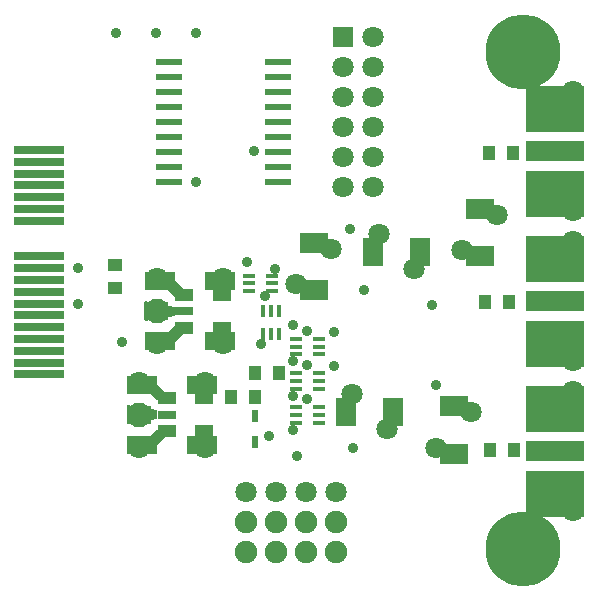
<source format=gts>
G04 #@! TF.FileFunction,Soldermask,Top*
%FSLAX46Y46*%
G04 Gerber Fmt 4.6, Leading zero omitted, Abs format (unit mm)*
G04 Created by KiCad (PCBNEW 0.201509221857+6208~30~ubuntu14.04.1-product) date Thu 24 Sep 2015 08:06:42 PM PDT*
%MOMM*%
G01*
G04 APERTURE LIST*
%ADD10C,0.100000*%
%ADD11R,2.200000X0.600000*%
%ADD12C,1.800000*%
%ADD13R,5.000000X1.800000*%
%ADD14R,5.000000X3.960000*%
%ADD15R,2.400000X1.800000*%
%ADD16R,1.800000X2.400000*%
%ADD17R,0.599440X1.000760*%
%ADD18C,1.900000*%
%ADD19C,6.350000*%
%ADD20R,4.200000X0.700000*%
%ADD21R,1.000000X1.250000*%
%ADD22R,1.250000X1.000000*%
%ADD23R,1.800000X1.800000*%
%ADD24R,1.000000X0.400000*%
%ADD25R,0.400000X1.000000*%
%ADD26R,2.540000X1.650000*%
%ADD27R,1.650000X1.015000*%
%ADD28R,1.650000X0.760000*%
%ADD29R,2.000000X1.650000*%
%ADD30C,2.100000*%
%ADD31C,0.889000*%
G04 APERTURE END LIST*
D10*
D11*
X14550000Y-4720000D03*
X14550000Y-5990000D03*
X14550000Y-7260000D03*
X14550000Y-8530000D03*
X14550000Y-9800000D03*
X14550000Y-11070000D03*
X14550000Y-12340000D03*
X14550000Y-13610000D03*
X14550000Y-14880000D03*
X23750000Y-4720000D03*
X23750000Y-5990000D03*
X23750000Y-7260000D03*
X23750000Y-8530000D03*
X23750000Y-9800000D03*
X23750000Y-11070000D03*
X23750000Y-12340000D03*
X23750000Y-13610000D03*
X23750000Y-14880000D03*
D12*
X48750000Y-42789000D03*
X48750000Y-32629000D03*
D13*
X47243000Y-37709000D03*
D14*
X47243000Y-34089000D03*
X47243000Y-41329000D03*
D12*
X48750000Y-40249000D03*
X48750000Y-35169000D03*
X48750000Y-37709000D03*
X48750000Y-30089000D03*
X48750000Y-19929000D03*
D13*
X47243000Y-25009000D03*
D14*
X47243000Y-21389000D03*
X47243000Y-28629000D03*
D12*
X48750000Y-27549000D03*
X48750000Y-22469000D03*
X48750000Y-25009000D03*
X48750000Y-17389000D03*
X48750000Y-7229000D03*
D13*
X47243000Y-12309000D03*
D14*
X47243000Y-8689000D03*
X47243000Y-15929000D03*
D12*
X48750000Y-14849000D03*
X48750000Y-9769000D03*
X48750000Y-12309000D03*
D15*
X38650000Y-33900000D03*
X38650000Y-37900000D03*
D12*
X40150000Y-34400000D03*
X37150000Y-37400000D03*
D16*
X29550000Y-34350000D03*
X33550000Y-34350000D03*
D12*
X30050000Y-32850000D03*
X33050000Y-35850000D03*
D15*
X40850000Y-21200000D03*
X40850000Y-17200000D03*
D12*
X39350000Y-20700000D03*
X42350000Y-17700000D03*
D16*
X31792000Y-20803000D03*
X35792000Y-20803000D03*
D12*
X32292000Y-19303000D03*
X35292000Y-22303000D03*
D15*
X26792000Y-24053000D03*
X26792000Y-20053000D03*
D12*
X25292000Y-23553000D03*
X28292000Y-20553000D03*
D17*
X21800000Y-36949820D03*
X21800000Y-34750180D03*
D18*
X21064000Y-43678000D03*
X23604000Y-43678000D03*
X26144000Y-43678000D03*
X28684000Y-43678000D03*
D19*
X44550000Y-46000000D03*
X44550000Y-3900000D03*
D20*
X3550000Y-31200000D03*
X3550000Y-30200000D03*
X3550000Y-29200000D03*
X3550000Y-28200000D03*
X3550000Y-27200000D03*
X3550000Y-26200000D03*
X3550000Y-25200000D03*
X3550000Y-24200000D03*
X3550000Y-23200000D03*
X3550000Y-22200000D03*
X3550000Y-21200000D03*
X3550000Y-18200000D03*
X3550000Y-17200000D03*
X3550000Y-16200000D03*
X3550000Y-15200000D03*
X3550000Y-14200000D03*
X3550000Y-13200000D03*
X3550000Y-12200000D03*
D21*
X21800000Y-33100000D03*
X19800000Y-33100000D03*
X23850000Y-31100000D03*
X21850000Y-31100000D03*
D22*
X9950000Y-21900000D03*
X9950000Y-23900000D03*
D21*
X41654000Y-12436000D03*
X43654000Y-12436000D03*
X41300000Y-25100000D03*
X43300000Y-25100000D03*
X41750000Y-37600000D03*
X43750000Y-37600000D03*
D23*
X29250000Y-2600000D03*
D12*
X29250000Y-5140000D03*
X29250000Y-7680000D03*
X29250000Y-10220000D03*
X29250000Y-12760000D03*
X29250000Y-15300000D03*
X31790000Y-2600000D03*
X31790000Y-5140000D03*
X31790000Y-7680000D03*
X31790000Y-10220000D03*
X31790000Y-12760000D03*
X31790000Y-15300000D03*
X21064000Y-41138000D03*
X23604000Y-41138000D03*
X26144000Y-41138000D03*
X28684000Y-41138000D03*
D18*
X28684000Y-46218000D03*
X26144000Y-46218000D03*
X23604000Y-46218000D03*
X21064000Y-46218000D03*
D24*
X21300000Y-22850000D03*
X21300000Y-23500000D03*
X21300000Y-24150000D03*
X23250000Y-24150000D03*
X23250000Y-23500000D03*
X23250000Y-22850000D03*
D25*
X23850000Y-25800000D03*
X23200000Y-25800000D03*
X22550000Y-25800000D03*
X22550000Y-27750000D03*
X23200000Y-27750000D03*
X23850000Y-27750000D03*
D24*
X27250000Y-29500000D03*
X27250000Y-28850000D03*
X27250000Y-28200000D03*
X25300000Y-28200000D03*
X25300000Y-28850000D03*
X25300000Y-29500000D03*
X27250000Y-32400000D03*
X27250000Y-31750000D03*
X27250000Y-31100000D03*
X25300000Y-31100000D03*
X25300000Y-31750000D03*
X25300000Y-32400000D03*
X27250000Y-35300000D03*
X27250000Y-34650000D03*
X27250000Y-34000000D03*
X25300000Y-34000000D03*
X25300000Y-34650000D03*
X25300000Y-35300000D03*
D26*
X17340000Y-37140000D03*
X17340000Y-32060000D03*
X12260000Y-37140000D03*
D10*
G36*
X13530000Y-34980000D02*
X10990000Y-35430000D01*
X10990000Y-33770000D01*
X13530000Y-34220000D01*
X13530000Y-34980000D01*
X13530000Y-34980000D01*
G37*
D26*
X12260000Y-32060000D03*
D27*
X17530000Y-35997500D03*
X17530000Y-33202500D03*
X14350000Y-35997500D03*
D28*
X14350000Y-34600000D03*
D27*
X14350000Y-33202500D03*
D10*
G36*
X14237107Y-36505000D02*
X13530000Y-37212107D01*
X12822893Y-36505000D01*
X13530000Y-35797893D01*
X14237107Y-36505000D01*
X14237107Y-36505000D01*
G37*
G36*
X14237107Y-32695000D02*
X13530000Y-33402107D01*
X12822893Y-32695000D01*
X13530000Y-31987893D01*
X14237107Y-32695000D01*
X14237107Y-32695000D01*
G37*
D29*
X11990000Y-34600000D03*
D12*
X12006000Y-31806000D03*
D30*
X12006000Y-34600000D03*
D12*
X12006000Y-37394000D03*
X17594000Y-37394000D03*
X17594000Y-31806000D03*
D26*
X18840000Y-28390000D03*
X18840000Y-23310000D03*
X13760000Y-28390000D03*
D10*
G36*
X15030000Y-26230000D02*
X12490000Y-26680000D01*
X12490000Y-25020000D01*
X15030000Y-25470000D01*
X15030000Y-26230000D01*
X15030000Y-26230000D01*
G37*
D26*
X13760000Y-23310000D03*
D27*
X19030000Y-27247500D03*
X19030000Y-24452500D03*
X15850000Y-27247500D03*
D28*
X15850000Y-25850000D03*
D27*
X15850000Y-24452500D03*
D10*
G36*
X15737107Y-27755000D02*
X15030000Y-28462107D01*
X14322893Y-27755000D01*
X15030000Y-27047893D01*
X15737107Y-27755000D01*
X15737107Y-27755000D01*
G37*
G36*
X15737107Y-23945000D02*
X15030000Y-24652107D01*
X14322893Y-23945000D01*
X15030000Y-23237893D01*
X15737107Y-23945000D01*
X15737107Y-23945000D01*
G37*
D29*
X13490000Y-25850000D03*
D12*
X13506000Y-23056000D03*
D30*
X13506000Y-25850000D03*
D12*
X13506000Y-28644000D03*
X19094000Y-28644000D03*
X19094000Y-23056000D03*
D31*
X29850000Y-18900000D03*
X10550000Y-28500000D03*
X6850000Y-22200000D03*
X6850000Y-25200000D03*
X31042000Y-24053000D03*
X21150000Y-21700000D03*
X37150000Y-32100000D03*
X30150000Y-37400000D03*
X25350000Y-38100000D03*
X23050000Y-36400000D03*
X28550000Y-27600000D03*
X28550000Y-30500000D03*
X23550000Y-22300000D03*
X25050000Y-27000000D03*
X25050000Y-35900000D03*
X25050000Y-33000000D03*
X25050000Y-30100000D03*
X10050000Y-2300000D03*
X13450000Y-2300000D03*
X16850000Y-2300000D03*
X16850000Y-14900000D03*
X22650000Y-24600000D03*
X22350000Y-28600000D03*
X26250000Y-27500000D03*
X26250000Y-30400000D03*
X26250000Y-33300000D03*
X36800000Y-25350000D03*
X21750000Y-12300000D03*
M02*

</source>
